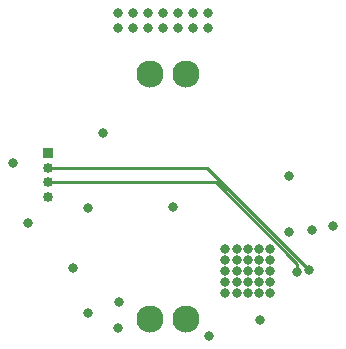
<source format=gbr>
%TF.GenerationSoftware,KiCad,Pcbnew,(6.0.1)*%
%TF.CreationDate,2022-03-21T18:15:35+01:00*%
%TF.ProjectId,KiCad_PCB,4b694361-645f-4504-9342-2e6b69636164,rev?*%
%TF.SameCoordinates,Original*%
%TF.FileFunction,Copper,L3,Inr*%
%TF.FilePolarity,Positive*%
%FSLAX46Y46*%
G04 Gerber Fmt 4.6, Leading zero omitted, Abs format (unit mm)*
G04 Created by KiCad (PCBNEW (6.0.1)) date 2022-03-21 18:15:35*
%MOMM*%
%LPD*%
G01*
G04 APERTURE LIST*
%TA.AperFunction,ComponentPad*%
%ADD10R,0.850000X0.850000*%
%TD*%
%TA.AperFunction,ComponentPad*%
%ADD11C,0.850000*%
%TD*%
%TA.AperFunction,ComponentPad*%
%ADD12C,2.300000*%
%TD*%
%TA.AperFunction,ViaPad*%
%ADD13C,0.800000*%
%TD*%
%TA.AperFunction,Conductor*%
%ADD14C,0.250000*%
%TD*%
G04 APERTURE END LIST*
D10*
%TO.N,GND*%
%TO.C,J1*%
X137600000Y-95700000D03*
D11*
%TO.N,PROG_SWCLK*%
X137600000Y-96950000D03*
%TO.N,PROG_SWDIO*%
X137600000Y-98200000D03*
%TO.N,+1V8*%
X137600000Y-99450000D03*
%TD*%
D12*
%TO.N,+1V8*%
%TO.C,BT1*%
X149300000Y-109800000D03*
X146200000Y-109800000D03*
X146200000Y-89000000D03*
X149300000Y-89000000D03*
%TD*%
D13*
%TO.N,GND*%
X158014538Y-97653997D03*
X155556520Y-109818983D03*
X134620000Y-96520000D03*
X135890000Y-101600000D03*
X151130000Y-85090000D03*
X149860000Y-85090000D03*
X148590000Y-85090000D03*
X147320000Y-85090000D03*
X146050000Y-85090000D03*
X144780000Y-85090000D03*
X143510000Y-85090000D03*
X151130000Y-83820000D03*
X149860000Y-83820000D03*
X148590000Y-83820000D03*
X146050000Y-83820000D03*
X147320000Y-83820000D03*
X144780000Y-83820000D03*
X143510000Y-83820000D03*
X142240000Y-93980000D03*
X140970000Y-100330000D03*
X139700000Y-105410000D03*
X140970000Y-109220000D03*
X143510000Y-110490000D03*
X161736869Y-101866793D03*
X148197627Y-100248255D03*
%TO.N,+1V8*%
X158000000Y-102400000D03*
X143600000Y-108300000D03*
X151200000Y-111200000D03*
%TO.N,GND*%
X153550000Y-105700000D03*
X152600000Y-107600000D03*
X152600000Y-104750000D03*
X152600000Y-103800000D03*
X155450000Y-107600000D03*
X153550000Y-107600000D03*
X154500000Y-107600000D03*
X156400000Y-106650000D03*
X153550000Y-103800000D03*
X156400000Y-103800000D03*
X154500000Y-104750000D03*
X152600000Y-106650000D03*
X155450000Y-105700000D03*
X152600000Y-105700000D03*
X154500000Y-106650000D03*
X153550000Y-106650000D03*
X155450000Y-103800000D03*
X153550000Y-104750000D03*
X154500000Y-103800000D03*
X154500000Y-105700000D03*
X155450000Y-106650000D03*
X156400000Y-105700000D03*
X156400000Y-107600000D03*
X155450000Y-104750000D03*
X156400000Y-104750000D03*
%TO.N,Net-(C9-Pad2)*%
X159900000Y-102200000D03*
%TO.N,PROG_SWCLK*%
X159700000Y-105600000D03*
%TO.N,PROG_SWDIO*%
X158700000Y-105800000D03*
%TD*%
D14*
%TO.N,PROG_SWCLK*%
X151050000Y-96950000D02*
X137600000Y-96950000D01*
X159700000Y-105600000D02*
X151050000Y-96950000D01*
%TO.N,PROG_SWDIO*%
X158700000Y-105100000D02*
X151800000Y-98200000D01*
X158700000Y-105800000D02*
X158700000Y-105100000D01*
X151800000Y-98200000D02*
X137600000Y-98200000D01*
%TD*%
M02*

</source>
